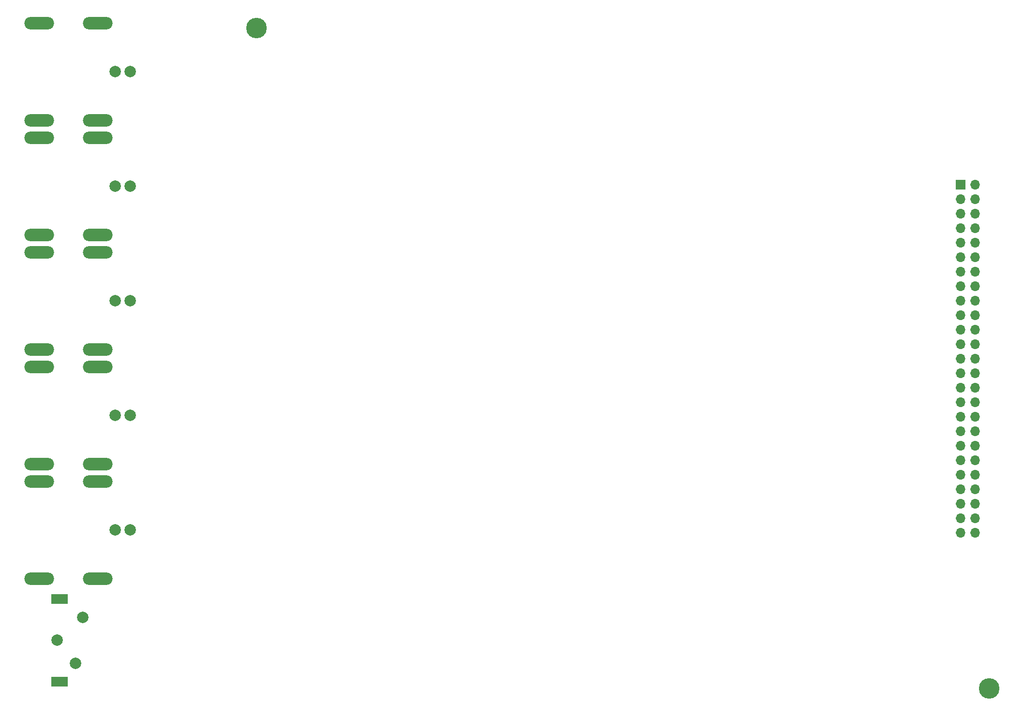
<source format=gbr>
%TF.GenerationSoftware,KiCad,Pcbnew,5.1.12-84ad8e8a86~92~ubuntu20.04.1*%
%TF.CreationDate,2022-06-23T00:06:00+02:00*%
%TF.ProjectId,rgb-board,7267622d-626f-4617-9264-2e6b69636164,rev?*%
%TF.SameCoordinates,Original*%
%TF.FileFunction,Soldermask,Bot*%
%TF.FilePolarity,Negative*%
%FSLAX46Y46*%
G04 Gerber Fmt 4.6, Leading zero omitted, Abs format (unit mm)*
G04 Created by KiCad (PCBNEW 5.1.12-84ad8e8a86~92~ubuntu20.04.1) date 2022-06-23 00:06:00*
%MOMM*%
%LPD*%
G01*
G04 APERTURE LIST*
%ADD10C,2.000000*%
%ADD11O,5.200000X2.200000*%
%ADD12C,3.600000*%
%ADD13R,1.700000X1.700000*%
%ADD14O,1.700000X1.700000*%
%ADD15R,3.000000X1.700000*%
G04 APERTURE END LIST*
D10*
%TO.C,J6*%
X69596000Y-105029000D03*
X66996000Y-105029000D03*
D11*
X63896000Y-113529000D03*
X53696000Y-113529000D03*
X63896000Y-96529000D03*
X53696000Y-96529000D03*
%TD*%
D12*
%TO.C,J3*%
X91694000Y-37211000D03*
%TD*%
%TO.C,J4*%
X219925000Y-152875000D03*
%TD*%
D13*
%TO.C,J1*%
X214920000Y-64630000D03*
D14*
X217460000Y-64630000D03*
X214920000Y-67170000D03*
X217460000Y-67170000D03*
X214920000Y-69710000D03*
X217460000Y-69710000D03*
X214920000Y-72250000D03*
X217460000Y-72250000D03*
X214920000Y-74790000D03*
X217460000Y-74790000D03*
X214920000Y-77330000D03*
X217460000Y-77330000D03*
X214920000Y-79870000D03*
X217460000Y-79870000D03*
X214920000Y-82410000D03*
X217460000Y-82410000D03*
X214920000Y-84950000D03*
X217460000Y-84950000D03*
X214920000Y-87490000D03*
X217460000Y-87490000D03*
X214920000Y-90030000D03*
X217460000Y-90030000D03*
X214920000Y-92570000D03*
X217460000Y-92570000D03*
X214920000Y-95110000D03*
X217460000Y-95110000D03*
X214920000Y-97650000D03*
X217460000Y-97650000D03*
X214920000Y-100190000D03*
X217460000Y-100190000D03*
X214920000Y-102730000D03*
X217460000Y-102730000D03*
X214920000Y-105270000D03*
X217460000Y-105270000D03*
X214920000Y-107810000D03*
X217460000Y-107810000D03*
X214920000Y-110350000D03*
X217460000Y-110350000D03*
X214920000Y-112890000D03*
X217460000Y-112890000D03*
X214920000Y-115430000D03*
X217460000Y-115430000D03*
X214920000Y-117970000D03*
X217460000Y-117970000D03*
X214920000Y-120510000D03*
X217460000Y-120510000D03*
X214920000Y-123050000D03*
X217460000Y-123050000D03*
X214920000Y-125590000D03*
X217460000Y-125590000D03*
%TD*%
D11*
%TO.C,J5*%
X53696000Y-36331000D03*
X63896000Y-36331000D03*
X53696000Y-53331000D03*
X63896000Y-53331000D03*
D10*
X66996000Y-44831000D03*
X69596000Y-44831000D03*
%TD*%
%TO.C,J7*%
X69596000Y-64897000D03*
X66996000Y-64897000D03*
D11*
X63896000Y-73397000D03*
X53696000Y-73397000D03*
X63896000Y-56397000D03*
X53696000Y-56397000D03*
%TD*%
D10*
%TO.C,J8*%
X69596000Y-125095000D03*
X66996000Y-125095000D03*
D11*
X63896000Y-133595000D03*
X53696000Y-133595000D03*
X63896000Y-116595000D03*
X53696000Y-116595000D03*
%TD*%
%TO.C,J9*%
X53696000Y-76463000D03*
X63896000Y-76463000D03*
X53696000Y-93463000D03*
X63896000Y-93463000D03*
D10*
X66996000Y-84963000D03*
X69596000Y-84963000D03*
%TD*%
D15*
%TO.C,J10*%
X57284000Y-151649000D03*
X57284000Y-137149000D03*
D10*
X56784000Y-144399000D03*
X61284000Y-140399000D03*
X60034000Y-148399000D03*
%TD*%
M02*

</source>
